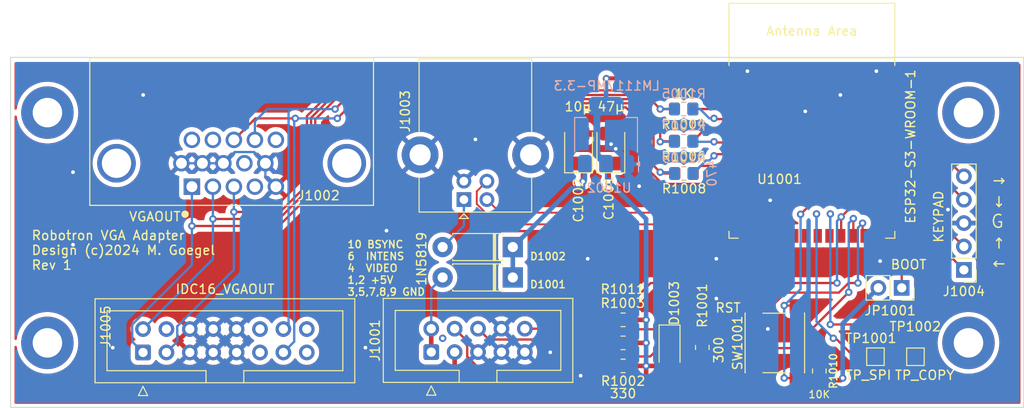
<source format=kicad_pcb>
(kicad_pcb (version 20240108) (generator "pcbnew") (generator_version "8.0")
  (layers (0 "F.Cu" signal) (31 "B.Cu" signal) (34 "B.Paste" user) (35 "F.Paste" user) (36 "B.SilkS" user "B.Silkscreen") (37 "F.SilkS" user "F.Silkscreen") (38 "B.Mask" user) (39 "F.Mask" user) (44 "Edge.Cuts" user))
  (net 0 "")
  (net 1 "Net-(D1001-A)")
  (net 2 "Net-(D1002-A)")
  (net 3 "/RED")
  (net 4 "/GREEN")
  (net 5 "/BLUE")
  (net 7 "GND")
  (net 8 "+3.3V")
  (net 9 "+5V")
  (net 13 "/HSYNC")
  (net 14 "/VSYNC")
  (net 16 "Net-(D1003-K)")
  (net 17 "/USB_DN")
  (net 18 "Net-(JP1001-A)")
  (net 19 "/B1")
  (net 20 "/B2")
  (net 21 "/G1")
  (net 22 "/G2")
  (net 23 "/R1")
  (net 24 "/R2")
  (net 32 "Net-(U1001-GPIO14{slash}TOUCH14{slash}ADC2_CH3{slash}FSPIWP{slash}FSPIDQS{slash}SUBSPIWP)")
  (net 33 "Net-(U1001-GPIO13{slash}TOUCH13{slash}ADC2_CH2{slash}FSPIQ{slash}FSPIIO7{slash}SUBSPIQ)")
  (net 34 "/USB_DP")
  (net 35 "/K_LEFT")
  (net 36 "/K_RIGHT")
  (net 37 "/K_UP")
  (net 40 "/VIDEO")
  (net 41 "/K_DOWN")
  (net 42 "/INTENS")
  (net 43 "/BSYNC")
  (net 53 "Net-(U1001-EN)")
  (footprint "LED_SMD:LED_1206_3216Metric_Pad1.42x1.75mm_HandSolder" (layer "F.Cu") (at 177.546 80.518 -90)
    (property "Reference" "D1003")
    (property "Value" "LED")
  )
  (footprint "Capacitor_Tantalum_SMD:CP_EIA-3528-21_Kemet-B_Pad1.50x2.35mm_HandSolder" (layer "F.Cu") (at 167.665 58.903 90)
    (property "Reference" "C1002")
    (property "Value" "10µ")
  )
  (footprint "Button_Switch_SMD:SW_Push_1P1T_NO_6x6mm_H9.5mm" (layer "F.Cu") (at 188.976 80.01 90)
    (property "Reference" "SW1001")
    (property "Value" "RST")
  )
  (footprint "TestPoint:TestPoint_Pad_1.5x1.5mm" (layer "F.Cu") (at 204.2414 81.5086)
    (property "Reference" "TP1002")
    (property "Value" "TP_COPY")
  )
  (footprint "Resistor_SMD:R_0805_2012Metric_Pad1.20x1.40mm_HandSolder" (layer "F.Cu") (at 193.802 83.058 -90)
    (property "Reference" "R1010")
    (property "Value" "10K")
  )
  (footprint "Resistor_SMD:R_0805_2012Metric_Pad1.20x1.40mm_HandSolder" (layer "F.Cu") (at 179.12 61.61 180)
    (property "Reference" "R1008")
    (property "Value" "1K")
  )
  (footprint "Diode_THT:D_DO-41_SOD81_P7.62mm_Horizontal" (layer "F.Cu") (at 160.528 69.596 180)
    (property "Reference" "D1002")
    (property "Value" "1N5819")
  )
  (footprint "MountingHole:MountingHole_3.2mm_M3_ISO7380_Pad" (layer "F.Cu") (at 210 55)
    (property "Reference" "H1003")
    (property "Value" "MountingHole")
  )
  (footprint "Connector_IDC:IDC-Header_2x05_P2.54mm_Vertical" (layer "F.Cu") (at 151.6725 81 90)
    (property "Reference" "J1001")
    (property "Value" "IDC10_VIDEO_IN" (hide yes))
  )
  (footprint "Resistor_SMD:R_0805_2012Metric_Pad1.20x1.40mm_HandSolder" (layer "F.Cu") (at 172.5 77.5 180)
    (property "Reference" "R1011")
    (property "Value" "330")
  )
  (footprint "MountingHole:MountingHole_3.2mm_M3_ISO7380_Pad" (layer "F.Cu") (at 110 55)
    (property "Reference" "H1001")
    (property "Value" "MountingHole")
  )
  (footprint "Resistor_SMD:R_0805_2012Metric_Pad1.20x1.40mm_HandSolder" (layer "F.Cu") (at 181.102 80.4955 90)
    (property "Reference" "R1001")
    (property "Value" "300")
  )
  (footprint "Connector_USB:USB_B_Lumberg_2411_02_Horizontal" (layer "F.Cu") (at 155.214 64.4455 90)
    (property "Reference" "J1003")
    (property "Value" "USB_B")
  )
  (footprint "MountingHole:MountingHole_3.2mm_M3_ISO7380_Pad" (layer "F.Cu") (at 110 80)
    (property "Reference" "H1002")
    (property "Value" "MountingHole")
  )
  (footprint "PCM_Espressif:ESP32-S3-WROOM-1" (layer "F.Cu") (at 193 58.884)
    (property "Reference" "U1001")
    (property "Value" "ESP32-S3-WROOM-1")
  )
  (footprint "Resistor_SMD:R_0805_2012Metric_Pad1.20x1.40mm_HandSolder" (layer "F.Cu") (at 179.07 58.11 180)
    (property "Reference" "R1006")
    (property "Value" "1K")
  )
  (footprint "MountingHole:MountingHole_3.2mm_M3_ISO7380_Pad" (layer "F.Cu") (at 210 80)
    (property "Reference" "H1004")
    (property "Value" "MountingHole")
  )
  (footprint "Connector_IDC:IDC-Header_2x08_P2.54mm_Vertical" (layer "F.Cu") (at 120.38 81.04 90)
    (property "Reference" "J1005")
    (property "Value" "IDC16_VGAOUT")
  )
  (footprint "Resistor_SMD:R_0805_2012Metric_Pad1.20x1.40mm_HandSolder" (layer "F.Cu") (at 179.07 54.61 180)
    (property "Reference" "R1004")
    (property "Value" "1K")
  )
  (footprint "Resistor_SMD:R_0805_2012Metric_Pad1.20x1.40mm_HandSolder" (layer "F.Cu") (at 172.5 80 180)
    (property "Reference" "R1003")
    (property "Value" "330")
  )
  (footprint "Resistor_SMD:R_0805_2012Metric_Pad1.20x1.40mm_HandSolder" (layer "F.Cu") (at 172.5 82.5 180)
    (property "Reference" "R1002")
    (property "Value" "330")
  )
  (footprint "00esp32vga-footprints:TE_1-1734530-1" (layer "F.Cu") (at 130 60.5 180)
    (property "Reference" "J1002")
    (property "Value" "VGAOUT")
  )
  (footprint "Diode_THT:D_DO-41_SOD81_P7.62mm_Horizontal" (layer "F.Cu") (at 160.528 72.898 180)
    (property "Reference" "D1001")
    (property "Value" "1N5819")
  )
  (footprint "Capacitor_Tantalum_SMD:CP_EIA-3528-21_Kemet-B_Pad1.50x2.35mm_HandSolder" (layer "F.Cu") (at 171.171 58.903 90)
    (property "Reference" "C1001")
    (property "Value" "47µ")
  )
  (footprint "Connector_PinHeader_2.54mm:PinHeader_1x05_P2.54mm_Vertical" (layer "F.Cu") (at 209.5 72.075 180)
    (property "Reference" "J1004")
    (property "Value" "KEYPAD")
  )
  (footprint "Connector_PinSocket_2.54mm:PinSocket_1x02_P2.54mm_Vertical" (layer "F.Cu") (at 202.75 74.025 -90)
    (property "Reference" "JP1001")
    (property "Value" "BOOT")
  )
  (footprint "TestPoint:TestPoint_Pad_1.5x1.5mm" (layer "F.Cu") (at 199.898 81.5)
    (property "Reference" "TP1001")
    (property "Value" "TP_SPI")
  )
  (footprint "Resistor_SMD:R_0805_2012Metric_Pad1.20x1.40mm_HandSolder" (layer "B.Cu") (at 179.086 58.11 180)
    (property "Reference" "R1007")
    (property "Value" "470")
  )
  (footprint "Resistor_SMD:R_0805_2012Metric_Pad1.20x1.40mm_HandSolder" (layer "B.Cu") (at 179.086 54.61 180)
    (property "Reference" "R1005")
    (property "Value" "470")
  )
  (footprint "Package_TO_SOT_SMD:SOT-223-3_TabPin2" (layer "B.Cu") (at 170.6505 57.4415 90)
    (property "Reference" "U1002")
    (property "Value" "LM1117MP-3.3")
  )
  (footprint "Resistor_SMD:R_0805_2012Metric_Pad1.20x1.40mm_HandSolder" (layer "B.Cu") (at 179.086 61.61 180)
    (property "Reference" "R1009")
    (property "Value" "470")
  )
  (gr_rect (start 106 49) (end 216 87) (stroke (width 0.1)) (fill none) (layer "Edge.Cuts"))
  (gr_text "Robotron VGA Adapter\nDesign (c)2024 M. Goegel\nRev 1" (at 108.204 72.136 0) (layer "F.SilkS") (effects (font (size 1 1)) (justify left bottom)))
  (gr_text "10 BSYNC\n6  INTENS\n4  VIDEO\n1,2 +5V\n3,5,7,8,9 GND" (at 142.494 74.93 0) (layer "F.SilkS") (effects (font (size 0.8 0.8)) (justify left bottom)))
  (gr_text "→\n↓\nG\n↑\n←" (at 212.344 72.136 0) (layer "F.SilkS") (effects (font (size 1.4 1.4)) (justify left bottom)))
  (segment (start 151.6725 81) (end 151.6725 78.46) (width 0.5) (layer "F.Cu") (net 1))
  (segment (start 151.6725 74.1335) (end 152.908 72.898) (width 0.25) (layer "B.Cu") (net 1))
  (segment (start 151.6725 78.46) (end 151.6725 74.1335) (width 0.25) (layer "B.Cu") (net 1))
  (segment (start 155.214 64.4455) (end 155.214 67.29) (width 0.25) (layer "B.Cu") (net 2))
  (segment (start 155.214 67.29) (end 152.908 69.596) (width 0.25) (layer "B.Cu") (net 2))
  (segment (start 139.076 63.362) (end 135.128 67.31) (width 0.25) (layer "F.Cu") (net 3))
  (segment (start 139.076 55.744792) (end 139.076 63.362) (width 0.25) (layer "F.Cu") (net 3))
  (segment (start 175.805 60.743) (end 175.805 56.045396) (width 0.25) (layer "F.Cu") (net 3))
  (segment (start 141.284792 53.536) (end 139.076 55.744792) (width 0.25) (layer "F.Cu") (net 3))
  (segment (start 176.53 61.468) (end 175.805 60.743) (width 0.25) (layer "F.Cu") (net 3))
  (segment (start 176.672 61.61) (end 176.53 61.468) (width 0.25) (layer "F.Cu") (net 3))
  (segment (start 135.128 67.31) (end 125.685 67.31) (width 0.25) (layer "F.Cu") (net 3))
  (segment (start 173.295604 53.536) (end 141.284792 53.536) (width 0.25) (layer "F.Cu") (net 3))
  (segment (start 178.12 61.61) (end 176.672 61.61) (width 0.25) (layer "F.Cu") (net 3))
  (segment (start 175.805 56.045396) (end 173.295604 53.536) (width 0.25) (layer "F.Cu") (net 3))
  (via (at 176.53 61.468) (size 0.8) (drill 0.4) (layers "F.Cu" "B.Cu") (net 3))
  (via (at 125.685 67.31) (size 0.8) (drill 0.4) (layers "F.Cu" "B.Cu") (net 3))
  (segment (start 176.53 61.468) (end 177.944 61.468) (width 0.25) (layer "B.Cu") (net 3))
  (segment (start 119.205 79.865) (end 119.205 78.013299) (width 0.25) (layer "B.Cu") (net 3))
  (segment (start 125.685 71.533299) (end 125.685 67.31) (width 0.25) (layer "B.Cu") (net 3))
  (segment (start 120.38 81.04) (end 119.205 79.865) (width 0.25) (layer "B.Cu") (net 3))
  (segment (start 177.944 61.468) (end 178.086 61.61) (width 0.25) (layer "B.Cu") (net 3))
  (segment (start 119.205 78.013299) (end 125.685 71.533299) (width 0.25) (layer "B.Cu") (net 3))
  (segment (start 125.685 67.31) (end 125.685 63.04) (width 0.25) (layer "B.Cu") (net 3))
  (segment (start 138.626 55.558396) (end 138.626 63.058201) (width 0.25) (layer "F.Cu") (net 4))
  (segment (start 173.482 53.086) (end 141.098396 53.086) (width 0.25) (layer "F.Cu") (net 4))
  (segment (start 138.626 63.058201) (end 135.136201 66.548) (width 0.25) (layer "F.Cu") (net 4))
  (segment (start 141.098396 53.086) (end 138.626 55.558396) (width 0.25) (layer "F.Cu") (net 4))
  (segment (start 176.53 56.134) (end 173.482 53.086) (width 0.25) (layer "F.Cu") (net 4))
  (segment (start 178.07 58.11) (end 176.586 58.11) (width 0.25) (layer "F.Cu") (net 4))
  (segment (start 176.586 58.11) (end 176.53 58.166) (width 0.25) (layer "F.Cu") (net 4))
  (segment (start 135.136201 66.548) (end 127.965 66.548) (width 0.25) (layer "F.Cu") (net 4))
  (segment (start 176.53 58.166) (end 176.53 56.134) (width 0.25) (layer "F.Cu") (net 4))
  (via (at 176.53 58.166) (size 0.8) (drill 0.4) (layers "F.Cu" "B.Cu") (net 4))
  (via (at 127.965 66.548) (size 0.8) (drill 0.4) (layers "F.Cu" "B.Cu") (net 4))
  (segment (start 127.965 70.915) (end 127.965 63.04) (width 0.25) (layer "B.Cu") (net 4))
  (segment (start 178.03 58.166) (end 178.086 58.11) (width 0.25) (layer "B.Cu") (net 4))
  (segment (start 176.53 58.166) (end 178.03 58.166) (width 0.25) (layer "B.Cu") (net 4))
  (segment (start 120.38 78.5) (end 127.965 70.915) (width 0.25) (layer "B.Cu") (net 4))
  (segment (start 178.07 54.61) (end 176.53 54.61) (width 0.25) (layer "F.Cu") (net 5))
  (segment (start 176.53 54.61) (end 174.498 52.578) (width 0.25) (layer "F.Cu") (net 5))
  (segment (start 174.498 52.578) (end 140.97 52.578) (width 0.25) (layer "F.Cu") (net 5))
  (segment (start 138.176 55.372) (end 138.176 62.871805) (width 0.25) (layer "F.Cu") (net 5))
  (segment (start 138.176 62.871805) (end 135.261805 65.786) (width 0.25) (layer "F.Cu") (net 5))
  (segment (start 135.261805 65.786) (end 130.245 65.786) (width 0.25) (layer "F.Cu") (net 5))
  (segment (start 140.97 52.578) (end 138.176 55.372) (width 0.25) (layer "F.Cu") (net 5))
  (via (at 176.53 54.61) (size 0.8) (drill 0.4) (layers "F.Cu" "B.Cu") (net 5))
  (via (at 130.245 65.786) (size 0.8) (drill 0.4) (layers "F.Cu" "B.Cu") (net 5))
  (segment (start 176.53 54.61) (end 178.086 54.61) (width 0.25) (layer "B.Cu") (net 5))
  (segment (start 124.095 79.865) (end 124.095 78.203299) (width 0.25) (layer "B.Cu") (net 5))
  (segment (start 122.92 81.04) (end 124.095 79.865) (width 0.25) (layer "B.Cu") (net 5))
  (segment (start 130.245 65.786) (end 130.245 63.04) (width 0.25) (layer "B.Cu") (net 5))
  (segment (start 130.5 63.295) (end 130.245 63.04) (width 0.25) (layer "B.Cu") (net 5))
  (segment (start 130.245 72.053299) (end 130.245 65.786) (width 0.25) (layer "B.Cu") (net 5))
  (segment (start 124.095 78.203299) (end 130.245 72.053299) (width 0.25) (layer "B.Cu") (net 5))
  (segment (start 201.626 50.5) (end 201.75 50.624) (width 0.7) (layer "F.Cu") (net 7))
  (segment (start 186.01 50.49) (end 199.99 50.49) (width 0.7) (layer "F.Cu") (net 7))
  (segment (start 167.665 57.278) (end 171.171 57.278) (width 0.7) (layer "F.Cu") (net 7))
  (segment (start 184.374 50.5) (end 184.25 50.624) (width 0.7) (layer "F.Cu") (net 7))
  (segment (start 186 50.5) (end 184.374 50.5) (width 0.7) (layer "F.Cu") (net 7))
  (segment (start 200 50.5) (end 200.01 50.49) (width 0.7) (layer "F.Cu") (net 7))
  (segment (start 171.171 57.278) (end 171.171 58.395) (width 0.7) (layer "F.Cu") (net 7))
  (segment (start 200 50.5) (end 201.626 50.5) (width 0.7) (layer "F.Cu") (net 7))
  (segment (start 186 50.5) (end 186.01 50.49) (width 0.7) (layer "F.Cu") (net 7))
  (segment (start 199.99 50.49) (end 200 50.5) (width 0.7) (layer "F.Cu") (net 7))
  (segment (start 185.99 50.49) (end 186 50.5) (width 0.7) (layer "F.Cu") (net 7))
  (segment (start 171.171 58.395) (end 171.196 58.42) (width 0.7) (layer "F.Cu") (net 7))
  (via (at 144.526 80.518) (size 0.8) (drill 0.4) (layers "F.Cu" "B.Cu") (net 7))
  (via (at 192.278 54.864) (size 0.8) (drill 0.4) (layers "F.Cu" "B.Cu") (net 7))
  (via (at 168.656 70.866) (size 0.8) (drill 0.4) (layers "F.Cu" "B.Cu") (net 7))
  (via (at 188.214 78.486) (size 0.8) (drill 0.4) (layers "F.Cu" "B.Cu") (net 7))
  (via (at 167.894 83.566) (size 0.8) (drill 0.4) (layers "F.Cu" "B.Cu") (net 7))
  (via (at 182.626 75.184) (size 0.8) (drill 0.4) (layers "F.Cu" "B.Cu") (net 7))
  (via (at 146.812 67.818) (size 0.8) (drill 0.4) (layers "F.Cu" "B.Cu") (net 7))
  (via (at 174.244 62.992) (size 0.8) (drill 0.4) (layers "F.Cu" "B.Cu") (net 7))
  (via (at 171.196 58.42) (size 0.8) (drill 0.4) (layers "F.Cu" "B.Cu") (net 7))
  (via (at 120.396 53.086) (size 0.8) (drill 0.4) (layers "F.Cu" "B.Cu") (net 7))
  (via (at 182.626 70.866) (size 0.8) (drill 0.4) (layers "F.Cu" "B.Cu") (net 7))
  (via (at 186 50.5) (size 0.8) (drill 0.4) (layers "F.Cu" "B.Cu") (net 7))
  (via (at 112.776 69.342) (size 0.8) (drill 0.4) (layers "F.Cu" "B.Cu") (net 7))
  (via (at 117.094 80.518) (size 0.8) (drill 0.4) (layers "F.Cu" "B.Cu") (net 7))
  (via (at 112.776 61.468) (size 0.8) (drill 0.4) (layers "F.Cu" "B.Cu") (net 7))
  (via (at 164.592 81.026) (size 0.8) (drill 0.4) (layers "F.Cu" "B.Cu") (net 7))
  (via (at 156.464 57.912) (size 0.8) (drill 0.4) (layers "F.Cu" "B.Cu") (net 7))
  (via (at 171.704 58.928) (size 0.8) (drill 0.4) (layers "F.Cu" "B.Cu") (net 7))
  (via (at 152.908 79.502) (size 0.8) (drill 0.4) (layers "F.Cu" "B.Cu") (net 7))
  (via (at 188.468 64.516) (size 0.8) (drill 0.4) (layers "F.Cu" "B.Cu") (net 7))
  (via (at 207.772 65.532) (size 0.8) (drill 0.4) (layers "F.Cu" "B.Cu") (net 7))
  (via (at 200 50.5) (size 0.8) (drill 0.4) (layers "F.Cu" "B.Cu") (net 7))
  (via (at 196.088 53.086) (size 0.8) (drill 0.4) (layers "F.Cu" "B.Cu") (net 7))
  (via (at 200.406 71.12) (size 0.8) (drill 0.4) (layers "F.Cu" "B.Cu") (net 7))
  (segment (start 133.665 61.9) (end 134.805 63.04) (width 0.25) (layer "B.Cu") (net 7))
  (segment (start 130.3225 59.2825) (end 132.4475 59.2825) (width 0.25) (layer "B.Cu") (net 7))
  (segment (start 171.704 58.928) (end 172.9505 60.1745) (width 0.7) (layer "B.Cu") (net 7))
  (segment (start 124.545 60.5) (end 126.825 60.5) (width 0.25) (layer "B.Cu") (net 7))
  (segment (start 172.9505 61.6985) (end 174.244 62.992) (width 0.7) (layer "B.Cu") (net 7))
  (segment (start 132.4475 59.2825) (end 133.665 60.5) (width 0.25) (layer "B.Cu") (net 7))
  (segment (start 171.196 58.42) (end 171.704 58.928) (width 0.7) (layer "B.Cu") (net 7))
  (segment (start 129.105 60.5) (end 130.3225 59.2825) (width 0.25) (layer "B.Cu") (net 7))
  (segment (start 172.9505 60.1745) (end 172.9505 60.5915) (width 0.7) (layer "B.Cu") (net 7))
  (segment (start 126.825 60.5) (end 129.105 60.5) (width 0.25) (layer "B.Cu") (net 7))
  (segment (start 172.9505 60.5915) (end 172.9505 61.6985) (width 0.7) (layer "B.Cu") (net 7))
  (segment (start 133.665 60.5) (end 133.665 61.9) (width 0.25) (layer "B.Cu") (net 7))
  (segment (start 193.802 84.058) (end 196.104 84.058) (width 0.5) (layer "F.Cu") (net 8))
  (segment (start 173.5 77.5) (end 175 77.5) (width 0.5) (layer "F.Cu") (net 8))
  (segment (start 170.942 62.484) (end 170.942 60.757) (width 0.5) (layer "F.Cu") (net 8))
  (segment (start 181.942 51.894) (end 184.25 51.894) (width 0.5) (layer "F.Cu") (net 8))
  (segment (start 175 84.08) (end 175 82.5) (width 0.5) (layer "F.Cu") (net 8))
  (segment (start 196.104 84.058) (end 196.342 83.82) (width 0.5) (layer "F.Cu") (net 8))
  (segment (start 184.16 51.85) (end 184.25 51.76) (width 0.5) (layer "F.Cu") (net 8))
  (segment (start 192.65 85.21) (end 193.802 84.058) (width 0.5) (layer "F.Cu") (net 8))
  (segment (start 181.356 51.308) (end 181.942 51.894) (width 0.5) (layer "F.Cu") (net 8))
  (segment (start 175 82.5) (end 173.5 82.5) (width 0.5) (layer "F.Cu") (net 8))
  (segment (start 175 82.5) (end 177.0515 82.5) (width 0.5) (layer "F.Cu") (net 8))
  (segment (start 177.546 82.0055) (end 180.7505 85.21) (width 0.5) (layer "F.Cu") (net 8))
  (segment (start 170.942 60.757) (end 171.171 60.528) (width 0.5) (layer "F.Cu") (net 8))
  (segment (start 173.5 80) (end 175 80) (width 0.5) (layer "F.Cu") (net 8))
  (segment (start 177.0515 82.5) (end 177.546 82.0055) (width 0.5) (layer "F.Cu") (net 8))
  (segment (start 155.956 85.09) (end 173.99 85.09) (width 0.5) (layer "F.Cu") (net 8))
  (segment (start 180.7505 85.21) (end 192.65 85.21) (width 0.5) (layer "F.Cu") (net 8))
  (segment (start 154.2125 83.3465) (end 155.956 85.09) (width 0.5) (layer "F.Cu") (net 8))
  (segment (start 154.2125 81) (end 154.2125 83.3465) (width 0.5) (layer "F.Cu") (net 8))
  (segment (start 170.688 51.308) (end 181.356 51.308) (width 0.5) (layer "F.Cu") (net 8))
  (segment (start 173.99 85.09) (end 175 84.08) (width 0.5) (layer "F.Cu") (net 8))
  (via (at 196.342 83.82) (size 0.8) (drill 0.4) (layers "F.Cu" "B.Cu") (net 8))
  (via (at 170.942 62.484) (size 0.8) (drill 0.4) (layers "F.Cu" "B.Cu") (net 8))
  (via (at 170.688 51.308) (size 0.8) (drill 0.4) (layers "F.Cu" "B.Cu") (net 8))
  (via (at 175 82.5) (size 0.8) (drill 0.4) (layers "F.Cu" "B.Cu") (net 8))
  (via (at 175 77.5) (size 0.8) (drill 0.4) (layers "F.Cu" "B.Cu") (net 8))
  (via (at 175 80) (size 0.8) (drill 0.4) (layers "F.Cu" "B.Cu") (net 8))
  (segment (start 175 80) (end 175 82.5) (width 0.5) (layer "B.Cu") (net 8))
  (segment (start 196.342 83.82) (end 196.342 77.893) (width 0.5) (layer "B.Cu") (net 8))
  (segment (start 175 77.5) (end 175 80) (width 0.5) (layer "B.Cu") (net 8))
  (segment (start 175 66.542) (end 175 77.5) (width 0.5) (layer "B.Cu") (net 8))
  (segment (start 170.6505 54.2915) (end 169.6505 55.2915) (width 0.75) (layer "B.Cu") (net 8))
  (segment (start 170.942 62.484) (end 175 66.542) (width 0.5) (layer "B.Cu") (net 8))
  (segment (start 170.6505 60.5915) (end 170.6505 62.1925) (width 0.25) (layer "B.Cu") (net 8))
  (segment (start 170.6505 51.3455) (end 170.688 51.308) (width 0.5) (layer "B.Cu") (net 8))
  (segment (start 169.6505 55.2915) (end 169.6505 59.5915) (width 0.75) (layer "B.Cu") (net 8))
  (segment (start 196.342 77.893) (end 200.21 74.025) (width 0.5) (layer "B.Cu") (net 8))
  (segment (start 170.6505 54.2915) (end 170.6505 51.3455) (width 0.5) (layer "B.Cu") (net 8))
  (segment (start 169.6505 59.5915) (end 170.6505 60.5915) (width 0.75) (layer "B.Cu") (net 8))
  (segment (start 170.6505 62.1925) (end 170.942 62.484) (width 0.25) (layer "B.Cu") (net 8))
  (segment (start 168.148 61.011) (end 167.665 60.528) (width 0.5) (layer "F.Cu") (net 9))
  (segment (start 168.148 62.484) (end 168.148 61.011) (width 0.5) (layer "F.Cu") (net 9))
  (via (at 168.148 62.484) (size 0.8) (drill 0.4) (layers "F.Cu" "B.Cu") (net 9))
  (segment (start 166.878 63.246) (end 160.528 69.596) (width 0.5) (layer "B.Cu") (net 9))
  (segment (start 160.528 69.596) (end 160.528 72.898) (width 0.5) (layer "B.Cu") (net 9))
  (segment (start 168.3505 62.2815) (end 168.148 62.484) (width 0.5) (layer "B.Cu") (net 9))
  (segment (start 168.3505 60.5915) (end 168.3505 62.2815) (width 0.5) (layer "B.Cu") (net 9))
  (segment (start 168.148 63.246) (end 166.878 63.246) (width 0.5) (layer "B.Cu") (net 9))
  (segment (start 168.148 62.484) (end 168.148 63.246) (width 0.5) (layer "B.Cu") (net 9))
  (segment (start 176.724299 63.324) (end 174.752 61.351701) (width 0.25) (layer "F.Cu") (net 13))
  (segment (start 151.659 54.436) (end 142.668 54.436) (width 0.25) (layer "F.Cu") (net 13))
  (segment (start 174.752 61.351701) (end 174.752 58.6139) (width 0.25) (layer "F.Cu") (net 13))
  (segment (start 172.8 54.436) (end 151.659 54.436) (width 0.25) (layer "F.Cu") (net 13))
  (segment (start 174.752 56.388) (end 172.8 54.436) (width 0.25) (layer "F.Cu") (net 13))
  (segment (start 174.752 58.6139) (end 174.752 56.388) (width 0.25) (layer "F.Cu") (net 13))
  (segment (start 184.25 63.324) (end 176.724299 63.324) (width 0.25) (layer "F.Cu") (net 13))
  (segment (start 142.668 54.436) (end 141.478 55.626) (width 0.25) (layer "F.Cu") (net 13))
  (segment (start 132.579 55.626) (end 130.245 57.96) (width 0.25) (layer "F.Cu") (net 13))
  (segment (start 136.906 55.626) (end 132.579 55.626) (width 0.25) (layer "F.Cu") (net 13))
  (via (at 141.478 55.626) (size 0.8) (drill 0.4) (layers "F.Cu" "B.Cu") (net 13))
  (via (at 136.906 55.626) (size 0.8) (drill 0.4) (layers "F.Cu" "B.Cu") (net 13))
  (segment (start 141.478 55.626) (end 136.906 55.626) (width 0.25) (layer "B.Cu") (net 13))
  (segment (start 136.795 55.737) (end 136.906 55.626) (width 0.25) (layer "B.Cu") (net 13))
  (segment (start 136.795 79.865) (end 136.795 55.737) (width 0.25) (layer "B.Cu") (net 13))
  (segment (start 135.62 81.04) (end 136.795 79.865) (width 0.25) (layer "B.Cu") (net 13))
  (segment (start 141.860098 53.986) (end 141.230049 54.616049) (width 0.25) (layer "F.Cu") (net 14))
  (segment (start 182.32 61.92) (end 184.25 61.92) (width 0.25) (layer "F.Cu") (net 14))
  (segment (start 175.26 61.223305) (end 175.26 56.136792) (width 0.25) (layer "F.Cu") (net 14))
  (segment (start 132.846806 57.96) (end 132.525 57.96) (width 0.25) (layer "F.Cu") (net 14))
  (segment (start 181.5 62.74) (end 182.32 61.92) (width 0.25) (layer "F.Cu") (net 14))
  (segment (start 173.109208 53.986) (end 148.59 53.986) (width 0.25) (layer "F.Cu") (net 14))
  (segment (start 181.5 62.74) (end 176.776695 62.74) (width 0.25) (layer "F.Cu") (net 14))
  (segment (start 148.59 53.986) (end 141.860098 53.986) (width 0.25) (layer "F.Cu") (net 14))
  (segment (start 176.776695 62.74) (end 175.26 61.223305) (width 0.25) (layer "F.Cu") (net 14))
  (segment (start 175.26 56.136792) (end 173.109208 53.986) (width 0.25) (layer "F.Cu") (net 14))
  (via (at 141.230049 54.616049) (size 0.8) (drill 0.4) (layers "F.Cu" "B.Cu") (net 14))
  (segment (start 136.181 54.833049) (end 136.398 54.616049) (width 0.25) (layer "B.Cu") (net 14))
  (segment (start 136.398 54.616049) (end 133.851951 54.616049) (width 0.25) (layer "B.Cu") (net 14))
  (segment (start 132.525 55.943) (end 132.525 56.134) (width 0.25) (layer "B.Cu") (net 14))
  (segment (start 136.181 77.939) (end 136.181 54.833049) (width 0.25) (layer "B.Cu") (net 14))
  (segment (start 132.525 56.134) (end 132.525 57.96) (width 0.25) (layer "B.Cu") (net 14))
  (segment (start 135.62 78.5) (end 136.181 77.939) (width 0.25) (layer "B.Cu") (net 14))
  (segment (start 132.96 57.96) (end 132.525 57.96) (width 0.25) (layer "B.Cu") (net 14))
  (segment (start 141.230049 54.616049) (end 136.398 54.616049) (width 0.25) (layer "B.Cu") (net 14))
  (segment (start 133.851951 54.616049) (end 132.525 55.943) (width 0.25) (layer "B.Cu") (net 14))
  (segment (start 177.546 79.0305) (end 180.637 79.0305) (width 0.25) (layer "F.Cu") (net 16))
  (segment (start 180.637 79.0305) (end 181.102 79.4955) (width 0.25) (layer "F.Cu") (net 16))
  (segment (start 184.328 65.786) (end 184.25 65.864) (width 0.2) (layer "F.Cu") (net 17))
  (segment (start 157.714 64.4455) (end 159.1325 65.864) (width 0.2) (layer "F.Cu") (net 17))
  (segment (start 159.1325 65.864) (end 184.25 65.864) (width 0.2) (layer "F.Cu") (net 17))
  (segment (start 202.75 74.025) (end 202.75 68) (width 0.25) (layer "F.Cu") (net 18))
  (segment (start 202.75 68) (end 201.75 67) (width 0.25) (layer "F.Cu") (net 18))
  (segment (start 184.25 54.3) (end 182.7 54.3) (width 0.25) (layer "F.Cu") (net 19))
  (segment (start 182.7 54.3) (end 182.39 54.61) (width 0.25) (layer "F.Cu") (net 19))
  (segment (start 182.39 54.61) (end 180.07 54.61) (width 0.25) (layer "F.Cu") (net 19))
  (segment (start 182.45 55.704) (end 182.372 55.626) (width 0.25) (layer "F.Cu") (net 20))
  (segment (start 184.25 55.704) (end 182.45 55.704) (width 0.25) (layer "F.Cu") (net 20))
  (via (at 182.372 55.626) (size 0.8) (drill 0.4) (layers "F.Cu" "B.Cu") (net 20))
  (segment (start 181.864 55.626) (end 180.848 54.61) (width 0.25) (layer "B.Cu") (net 20))
  (segment (start 182.372 55.626) (end 181.864 55.626) (width 0.25) (layer "B.Cu") (net 20))
  (segment (start 180.848 54.61) (end 180.086 54.61) (width 0.25) (layer "B.Cu") (net 20))
  (segment (start 181.206 56.974) (end 180.07 58.11) (width 0.25) (layer "F.Cu") (net 21))
  (segment (start 184.25 56.974) (end 181.206 56.974) (width 0.25) (layer "F.Cu") (net 21))
  (segment (start 184.25 58.244) (end 182.45 58.244) (width 0.25) (layer "F.Cu") (net 22))
  (segment (start 182.45 58.244) (end 182.372 58.166) (width 0.25) (layer "F.Cu") (net 22))
  (via (at 182.372 58.166) (size 0.8) (drill 0.4) (layers "F.Cu" "B.Cu") (net 22))
  (segment (start 182.372 58.166) (end 180.142 58.166) (width 0.25) (layer "B.Cu") (net 22))
  (segment (start 180.142 58.166) (end 180.086 58.11) (width 0.25) (layer "B.Cu") (net 22))
  (segment (start 184.25 60.784) (end 180.946 60.784) (width 0.25) (layer "F.Cu") (net 23))
  (segment (start 180.946 60.784) (end 180.12 61.61) (width 0.25) (layer "F.Cu") (net 23))
  (segment (start 184.25 59.514) (end 182.548 59.514) (width 0.25) (layer "F.Cu") (net 24))
  (segment (start 182.548 59.514) (end 182.372 59.69) (width 0.25) (layer "F.Cu") (net 24))
  (via (at 182.372 59.69) (size 0.8) (drill 0.4) (layers "F.Cu" "B.Cu") (net 24))
  (segment (start 182.372 59.69) (end 181.864 60.198) (width 0.25) (layer "B.Cu") (net 24))
  (segment (start 181.864 60.198) (end 181.498 60.198) (width 0.25) (layer "B.Cu") (net 24))
  (segment (start 181.498 60.198) (end 180.086 61.61) (width 0.25) (layer "B.Cu") (net 24))
  (segment (start 200.7328 78) (end 195 78) (width 0.25) (layer "F.Cu") (net 32))
  (segment (start 195 68.155) (end 194.905 68.25) (width 0.25) (layer "F.Cu") (net 32))
  (segment (start 204.2414 81.5086) (end 200.7328 78) (width 0.25) (layer "F.Cu") (net 32))
  (segment (start 195 66) (end 195 68.155) (width 0.25) (layer "F.Cu") (net 32))
  (via (at 195 66) (size 0.8) (drill 0.4) (layers "F.Cu" "B.Cu") (net 32))
  (via (at 195 78) (size 0.8) (drill 0.4) (layers "F.Cu" "B.Cu") (net 32))
  (segment (start 195 78) (end 195 66) (width 0.25) (layer "B.Cu") (net 32))
  (segment (start 193.5 68.115) (end 193.635 68.25) (width 0.25) (layer "F.Cu") (net 33))
  (segment (start 195.326 79.502) (end 195.58 79.502) (width 0.25) (layer "F.Cu") (net 33))
  (segment (start 197.578 81.5) (end 199.898 81.5) (width 0.25) (layer "F.Cu") (net 33))
  (segment (start 195.58 79.502) (end 197.578 81.5) (width 0.25) (layer "F.Cu") (net 33))
  (segment (start 193.5 66) (end 193.5 68.115) (width 0.25) (layer "F.Cu") (net 33))
  (via (at 195.326 79.502) (size 0.8) (drill 0.4) (layers "F.Cu" "B.Cu") (net 33))
  (via (at 193.5 66) (size 0.8) (drill 0.4) (layers "F.Cu" "B.Cu") (net 33))
  (segment (start 193.5 66) (end 193.5 77.676) (width 0.25) (layer "B.Cu") (net 33))
  (segment (start 193.5 77.676) (end 195.326 79.502) (width 0.25) (layer "B.Cu") (net 33))
  (segment (start 184.074 67.31) (end 184.25 67.134) (width 0.2) (layer "F.Cu") (net 34))
  (segment (start 156.614 64.92) (end 158.828 67.134) (width 0.2) (layer "F.Cu") (net 34))
  (segment (start 158.828 67.134) (end 184.25 67.134) (width 0.2) (layer "F.Cu") (net 34))
  (segment (start 156.614 63.5455) (end 156.614 64.92) (width 0.2) (layer "F.Cu") (net 34))
  (segment (start 157.714 62.4455) (end 156.614 63.5455) (width 0.2) (layer "F.Cu") (net 34))
  (segment (start 209.5 72.075) (end 206.5 69.075) (width 0.25) (layer "F.Cu") (net 35))
  (segment (start 206.5 65.67) (end 202.75 61.92) (width 0.25) (layer "F.Cu") (net 35))
  (segment (start 206.5 69.075) (end 206.5 65.67) (width 0.25) (layer "F.Cu") (net 35))
  (segment (start 202.75 61.92) (end 201.75 61.92) (width 0.25) (layer "F.Cu") (net 35))
  (segment (start 209.5 61.915) (end 205.695 58.11) (width 0.25) (layer "F.Cu") (net 36))
  (segment (start 205.695 58.11) (end 201.75 58.11) (width 0.25) (layer "F.Cu") (net 36))
  (segment (start 207 67.035) (end 207 64) (width 0.25) (layer "F.Cu") (net 37))
  (segment (start 209.5 69.535) (end 207 67.035) (width 0.25) (layer "F.Cu") (net 37))
  (segment (start 203.65 60.65) (end 201.75 60.65) (width 0.25) (layer "F.Cu") (net 37))
  (segment (start 207 64) (end 203.65 60.65) (width 0.25) (layer "F.Cu") (net 37))
  (segment (start 156.590799 82.5) (end 171.5 82.5) (width 0.25) (layer "F.Cu") (net 40))
  (segment (start 154.2125 78.46) (end 155.5775 79.825) (width 0.25) (layer "F.Cu") (net 40))
  (segment (start 155.5775 79.825) (end 155.5775 81.486701) (width 0.25) (layer "F.Cu") (net 40))
  (segment (start 171.5 82.5) (end 172.525 81.475) (width 0.25) (layer "F.Cu") (net 40))
  (segment (start 155.5775 81.486701) (end 156.590799 82.5) (width 0.25) (layer "F.Cu") (net 40))
  (segment (start 172.525 81.475) (end 175.455 81.475) (width 0.25) (layer "F.Cu") (net 40))
  (segment (start 197.5 66.5) (end 197.5 68.195) (width 0.25) (layer "F.Cu") (net 40))
  (segment (start 176.3595 80.5705) (end 190.9295 80.5705) (width 0.25) (layer "F.Cu") (net 40))
  (segment (start 175.455 81.475) (end 176.3595 80.5705) (width 0.25) (layer "F.Cu") (net 40))
  (segment (start 197.5 68.195) (end 197.445 68.25) (width 0.25) (layer "F.Cu") (net 40))
  (segment (start 190.9295 80.5705) (end 197 74.5) (width 0.25) (layer "F.Cu") (net 40))
  (via (at 197.5 66.5) (size 0.8) (drill 0.4) (layers "F.Cu" "B.Cu") (net 40))
  (via (at 197 74.5) (size 0.8) (drill 0.4) (layers "F.Cu" "B.Cu") (net 40))
  (segment (start 197 74.5) (end 197 67) (width 0.25) (layer "B.Cu") (net 40))
  (segment (start 197 67) (end 197.5 66.5) (width 0.25) (layer "B.Cu") (net 40))
  (segment (start 204.425 59.38) (end 201.75 59.38) (width 0.25) (layer "F.Cu") (net 41))
  (segment (start 209.5 64.455) (end 204.425 59.38) (width 0.25) (layer "F.Cu") (net 41))
  (segment (start 171.5 80) (end 172.975 78.525) (width 0.25) (layer "F.Cu") (net 42))
  (segment (start 175.983 78.525) (end 176.53 77.978) (width 0.25) (layer "F.Cu") (net 42))
  (segment (start 190.125107 74.542893) (end 195.931802 74.542893) (width 0.25) (layer "F.Cu") (net 42))
  (segment (start 172.975 78.525) (end 175.983 78.525) (width 0.25) (layer "F.Cu") (net 42))
  (segment (start 198.5 67) (end 198.5 68.035) (width 0.25) (layer "F.Cu") (net 42))
  (segment (start 195.931802 74.542893) (end 196.974695 73.5) (width 0.25) (layer "F.Cu") (net 42))
  (segment (start 198.5 68.035) (end 198.715 68.25) (width 0.25) (layer "F.Cu") (net 42))
  (segment (start 196.974695 73.5) (end 198 73.5) (width 0.25) (layer "F.Cu") (net 42))
  (segment (start 176.53 77.978) (end 186.69 77.978) (width 0.25) (layer "F.Cu") (net 42))
  (segment (start 156.7525 78.46) (end 157.9275 79.635) (width 0.25) (layer "F.Cu") (net 42))
  (segment (start 171.135 79.635) (end 171.5 80) (width 0.25) (layer "F.Cu") (net 42))
  (segment (start 186.69 77.978) (end 190.125107 74.542893) (width 0.25) (layer "F.Cu") (net 42))
  (segment (start 157.9275 79.635) (end 171.135 79.635) (width 0.25) (layer "F.Cu") (net 42))
  (via (at 198 73.5) (size 0.8) (drill 0.4) (layers "F.Cu" "B.Cu") (net 42))
  (via (at 198.5 67) (size 0.8) (drill 0.4) (layers "F.Cu" "B.Cu") (net 42))
  (segment (start 198 73.5) (end 198 67.5) (width 0.25) (layer "B.Cu") (net 42))
  (segment (start 198 67.5) (end 198.5 67) (width 0.25) (layer "B.Cu") (net 42))
  (segment (start 196.175 66.325) (end 197 65.5) (width 0.25) (layer "F.Cu") (net 43))
  (segment (start 199 65.5) (end 199.985 66.485) (width 0.25) (layer "F.Cu") (net 43))
  (segment (start 196.175 68.25) (end 196.175 66.325) (width 0.25) (layer "F.Cu") (net 43))
  (segment (start 170.54 78.46) (end 171.5 77.5) (width 0.25) (layer "F.Cu") (net 43))
  (segment (start 161.8325 78.46) (end 170.54 78.46) (width 0.25) (layer "F.Cu") (net 43))
  (segment (start 171.5 77.5) (end 175.5 73.5) (width 0.25) (layer "F.Cu") (net 43))
  (segment (start 199.985 66.485) (end 199.985 68.25) (width 0.25) (layer "F.Cu") (net 43))
  (segment (start 197 65.5) (end 199 65.5) (width 0.25) (layer "F.Cu") (net 43))
  (segment (start 175.5 73.5) (end 195.725 73.5) (width 0.25) (layer "F.Cu") (net 43))
  (via (at 196.175 66.325) (size 0.8) (drill 0.4) (layers "F.Cu" "B.Cu") (net 43))
  (via (at 195.725 73.5) (size 0.8) (drill 0.4) (layers "F.Cu" "B.Cu") (net 43))
  (segment (start 195.725 66.775) (end 196.175 66.325) (width 0.25) (layer "B.Cu") (net 43))
  (segment (start 195.725 73.5) (end 195.725 66.775) (width 0.25) (layer "B.Cu") (net 43))
  (segment (start 191.061 83.82) (end 191.226 83.985) (width 0.25) (layer "F.Cu") (net 53))
  (segment (start 184.25 53.164) (end 193.372 53.164) (width 0.25) (layer "F.Cu") (net 53))
  (segment (start 193.153 82.058) (end 191.226 83.985) (width 0.25) (layer "F.Cu") (net 53))
  (segment (start 189.992 83.82) (end 191.061 83.82) (width 0.25) (layer "F.Cu") (net 53))
  (segment (start 193.802 82.058) (end 193.153 82.058) (width 0.25) (layer "F.Cu") (net 53))
  (segment (start 191.137 75.946) (end 191.226 76.035) (width 0.25) (layer "F.Cu") (net 53))
  (segment (start 195.072 62.738) (end 191.77 66.04) (width 0.25) (layer "F.Cu") (net 53))
  (segment (start 193.372 53.164) (end 195.072 54.864) (width 0.25) (layer "F.Cu") (net 53))
  (segment (start 195.072 54.864) (end 195.072 62.738) (width 0.25) (layer "F.Cu") (net 53))
  (segment (start 189.992 75.946) (end 191.137 75.946) (width 0.25) (layer "F.Cu") (net 53))
  (via (at 191.77 66.04) (size 0.8) (drill 0.4) (layers "F.Cu" "B.Cu") (net 53))
  (via (at 189.992 75.946) (size 0.8) (drill 0.4) (layers "F.Cu" "B.Cu") (net 53))
  (via (at 189.992 83.82) (size 0.8) (drill 0.4) (layers "F.Cu" "B.Cu") (net 53))
  (segment (start 191.77 66.04) (end 191.77 74.168) (width 0.25) (layer "B.Cu") (net 53))
  (segment (start 189.992 76.2) (end 189.992 83.82) (width 0.25) (layer "B.Cu") (net 53))
  (segment (start 191.77 74.168) (end 189.992 75.946) (width 0.25) (layer "B.Cu") (net 53))
  (segment (start 189.992 75.946) (end 189.992 76.2) (width 0.25) (layer "B.Cu") (net 53))
  (zone (net 7) (net_name "GND") (layer "F.Cu") (priority 1) (connect_pads (clearance 0.5)) (min_thickness 0.25) (fill yes (thermal_gap 0.5) (thermal_bridge_width 0.5))
    (polygon (pts (xy 106.426 49.53) (xy 215.392 49.53) (xy 215.646 49.784) (xy 215.646 86.614) (xy 106.426 86.614)))
  )
  (zone (net 7) (net_name "GND") (layer "B.Cu") (connect_pads (clearance 0.5)) (min_thickness 0.25) (fill yes (thermal_gap 0.5) (thermal_bridge_width 0.5))
    (polygon (pts (xy 106.5 49.5) (xy 215.5 49.5) (xy 215.5 86.5) (xy 106.5 86.5)))
  )
)
</source>
